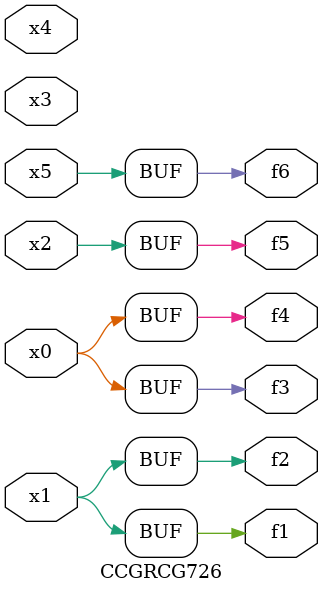
<source format=v>
module CCGRCG726(
	input x0, x1, x2, x3, x4, x5,
	output f1, f2, f3, f4, f5, f6
);
	assign f1 = x1;
	assign f2 = x1;
	assign f3 = x0;
	assign f4 = x0;
	assign f5 = x2;
	assign f6 = x5;
endmodule

</source>
